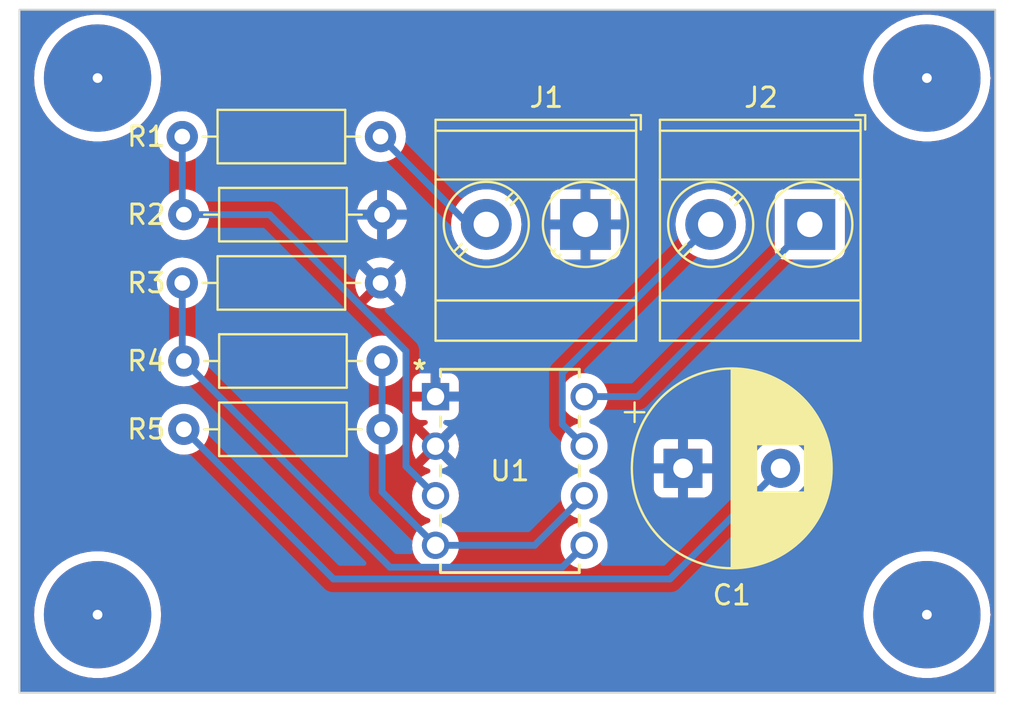
<source format=kicad_pcb>
(kicad_pcb (version 20221018) (generator pcbnew)
  (layers (0 "F.Cu" signal) (31 "B.Cu" signal) (34 "B.Paste" user) (35 "F.Paste" user) (36 "B.SilkS" user "B.Silkscreen") (37 "F.SilkS" user "F.Silkscreen") (38 "B.Mask" user) (39 "F.Mask" user) (44 "Edge.Cuts" user))
  (net 0 "")
  (net 1 "GND")
  (net 2 "Net-(C1-Pad2)")
  (net 3 "Net-(J1-Pin_2)")
  (net 4 "Net-(J2-Pin_1)")
  (net 5 "Net-(J2-Pin_2)")
  (net 6 "Net-(U1-IN+)")
  (net 7 "Net-(U1-HYST)")
  (net 8 "Net-(U1-IN-)")
  (footprint "LTC1440CN8#PBF:PDIP-8_N_LIT" (layer "F.Cu") (at 145.319054 100.8252)
    (fp_text reference "U1" (at 3.81 3.81 unlocked) (layer "F.SilkS"))
    (fp_text value "LTC1440CN8-PBF")
    (fp_text user "*" (at -0.819054 -1.3252 unlocked) (layer "F.SilkS"))
    (fp_text user "*" (at -0.819054 -1.3252) (layer "F.SilkS"))
    (fp_line (start 0.254 -1.397) (end 0.254 -1.03124) (stroke (width 0.1524)) (layer "F.SilkS"))
    (fp_line (start 0.254 1.03124) (end 0.254 1.54053) (stroke (width 0.1524)) (layer "F.SilkS"))
    (fp_line (start 0.254 3.53947) (end 0.254 4.08053) (stroke (width 0.1524)) (layer "F.SilkS"))
    (fp_line (start 0.254 6.07947) (end 0.254 6.62053) (stroke (width 0.1524)) (layer "F.SilkS"))
    (fp_line (start 0.254 8.61947) (end 0.254 9.017) (stroke (width 0.1524)) (layer "F.SilkS"))
    (fp_line (start 0.254 9.017) (end 7.366 9.017) (stroke (width 0.1524)) (layer "F.SilkS"))
    (fp_line (start 7.366 -1.397) (end 0.254 -1.397) (stroke (width 0.1524)) (layer "F.SilkS"))
    (fp_line (start 7.366 -0.99947) (end 7.366 -1.397) (stroke (width 0.1524)) (layer "F.SilkS"))
    (fp_line (start 7.366 1.54053) (end 7.366 0.99947) (stroke (width 0.1524)) (layer "F.SilkS"))
    (fp_line (start 7.366 4.08053) (end 7.366 3.53947) (stroke (width 0.1524)) (layer "F.SilkS"))
    (fp_line (start 7.366 6.62053) (end 7.366 6.07947) (stroke (width 0.1524)) (layer "F.SilkS"))
    (fp_line (start 7.366 9.017) (end 7.366 8.61947) (stroke (width 0.1524)) (layer "F.SilkS"))
    (pad "1" thru_hole rect (at 0 0) (size 1.397 1.397) (drill 0.889) (layers "*.Cu" "*.Mask") (net 1 "GND"))
    (pad "2" thru_hole circle (at 0 2.54) (size 1.397 1.397) (drill 0.889) (layers "*.Cu" "*.Mask") (net 1 "GND"))
    (pad "3" thru_hole circle (at 0 5.08) (size 1.397 1.397) (drill 0.889) (layers "*.Cu" "*.Mask") (net 6 "Net-(U1-IN+)"))
    (pad "4" thru_hole circle (at 0 7.62) (size 1.397 1.397) (drill 0.889) (layers "*.Cu" "*.Mask") (net 8 "Net-(U1-IN-)"))
    (pad "5" thru_hole circle (at 7.62 7.62) (size 1.397 1.397) (drill 0.889) (layers "*.Cu" "*.Mask") (net 7 "Net-(U1-HYST)"))
    (pad "6" thru_hole circle (at 7.62 5.08) (size 1.397 1.397) (drill 0.889) (layers "*.Cu" "*.Mask") (net 8 "Net-(U1-IN-)"))
    (pad "7" thru_hole circle (at 7.62 2.54) (size 1.397 1.397) (drill 0.889) (layers "*.Cu" "*.Mask") (net 5 "Net-(J2-Pin_2)"))
    (pad "8" thru_hole circle (at 7.62 0) (size 1.397 1.397) (drill 0.889) (layers "*.Cu" "*.Mask") (net 4 "Net-(J2-Pin_1)"))
  )
  (footprint "Resistor_THT:R_Axial_DIN0207_L6.3mm_D2.5mm_P10.16mm_Horizontal" (layer "F.Cu") (at 132.42 99)
    (fp_text reference "R4" (at -1.92 0) (layer "F.SilkS"))
    (fp_text value "51.1k")
    (fp_line (start 1.04 0) (end 1.81 0) (stroke (width 0.12)) (layer "F.SilkS"))
    (fp_line (start 1.81 -1.37) (end 1.81 1.37) (stroke (width 0.12)) (layer "F.SilkS"))
    (fp_line (start 1.81 1.37) (end 8.35 1.37) (stroke (width 0.12)) (layer "F.SilkS"))
    (fp_line (start 8.35 -1.37) (end 1.81 -1.37) (stroke (width 0.12)) (layer "F.SilkS"))
    (fp_line (start 8.35 1.37) (end 8.35 -1.37) (stroke (width 0.12)) (layer "F.SilkS"))
    (fp_line (start 9.12 0) (end 8.35 0) (stroke (width 0.12)) (layer "F.SilkS"))
    (pad "1" thru_hole circle (at 0 0) (size 1.6 1.6) (drill 0.8) (layers "*.Cu" "*.Mask") (net 7 "Net-(U1-HYST)"))
    (pad "2" thru_hole oval (at 10.16 0) (size 1.6 1.6) (drill 0.8) (layers "*.Cu" "*.Mask") (net 8 "Net-(U1-IN-)"))
  )
  (footprint "Resistor_THT:R_Axial_DIN0207_L6.3mm_D2.5mm_P10.16mm_Horizontal" (layer "F.Cu") (at 132.42 102.5)
    (fp_text reference "R5" (at -1.92 0) (layer "F.SilkS"))
    (fp_text value "430")
    (fp_line (start 1.04 0) (end 1.81 0) (stroke (width 0.12)) (layer "F.SilkS"))
    (fp_line (start 1.81 -1.37) (end 1.81 1.37) (stroke (width 0.12)) (layer "F.SilkS"))
    (fp_line (start 1.81 1.37) (end 8.35 1.37) (stroke (width 0.12)) (layer "F.SilkS"))
    (fp_line (start 8.35 -1.37) (end 1.81 -1.37) (stroke (width 0.12)) (layer "F.SilkS"))
    (fp_line (start 8.35 1.37) (end 8.35 -1.37) (stroke (width 0.12)) (layer "F.SilkS"))
    (fp_line (start 9.12 0) (end 8.35 0) (stroke (width 0.12)) (layer "F.SilkS"))
    (pad "1" thru_hole circle (at 0 0) (size 1.6 1.6) (drill 0.8) (layers "*.Cu" "*.Mask") (net 2 "Net-(C1-Pad2)"))
    (pad "2" thru_hole oval (at 10.16 0) (size 1.6 1.6) (drill 0.8) (layers "*.Cu" "*.Mask") (net 8 "Net-(U1-IN-)"))
  )
  (footprint "TerminalBlock_Phoenix:TerminalBlock_Phoenix_MKDS-3-2-5.08_1x02_P5.08mm_Horizontal" (layer "F.Cu") (at 164.5 92 180)
    (fp_text reference "J2" (at 2.5 6.5) (layer "F.SilkS"))
    (fp_text value "Screw_Terminal_01x02")
    (fp_line (start -2.84 4.86) (end -2.84 5.6) (stroke (width 0.12)) (layer "F.SilkS"))
    (fp_line (start -2.84 5.6) (end -2.34 5.6) (stroke (width 0.12)) (layer "F.SilkS"))
    (fp_line (start -2.6 -5.96) (end -2.6 5.36) (stroke (width 0.12)) (layer "F.SilkS"))
    (fp_line (start -2.6 -5.96) (end 7.68 -5.96) (stroke (width 0.12)) (layer "F.SilkS"))
    (fp_line (start -2.6 -3.9) (end 7.68 -3.9) (stroke (width 0.12)) (layer "F.SilkS"))
    (fp_line (start -2.6 2.3) (end 7.68 2.3) (stroke (width 0.12)) (layer "F.SilkS"))
    (fp_line (start -2.6 4.8) (end 7.68 4.8) (stroke (width 0.12)) (layer "F.SilkS"))
    (fp_line (start -2.6 5.36) (end 7.68 5.36) (stroke (width 0.12)) (layer "F.SilkS"))
    (fp_line (start -1.548 1.281) (end -1.654 1.388) (stroke (width 0.12)) (layer "F.SilkS"))
    (fp_line (start -1.282 1.547) (end -1.388 1.654) (stroke (width 0.12)) (layer "F.SilkS"))
    (fp_line (start 1.388 -1.654) (end 1.281 -1.547) (stroke (width 0.12)) (layer "F.SilkS"))
    (fp_line (start 1.654 -1.388) (end 1.547 -1.281) (stroke (width 0.12)) (layer "F.SilkS"))
    (fp_line (start 3.822 0.992) (end 3.427 1.388) (stroke (width 0.12)) (layer "F.SilkS"))
    (fp_line (start 4.073 1.274) (end 3.693 1.654) (stroke (width 0.12)) (layer "F.SilkS"))
    (fp_line (start 6.468 -1.654) (end 6.088 -1.274) (stroke (width 0.12)) (layer "F.SilkS"))
    (fp_line (start 6.734 -1.388) (end 6.339 -0.992) (stroke (width 0.12)) (layer "F.SilkS"))
    (fp_line (start 7.68 -5.96) (end 7.68 5.36) (stroke (width 0.12)) (layer "F.SilkS"))
    (fp_circle (center 0 0) (end 2.18 0) (stroke (width 0.12)) (fill none) (layer "F.SilkS"))
    (fp_circle (center 5.08 0) (end 7.26 0) (stroke (width 0.12)) (fill none) (layer "F.SilkS"))
    (pad "1" thru_hole rect (at 0 0 180) (size 2.6 2.6) (drill 1.3) (layers "*.Cu" "*.Mask") (net 4 "Net-(J2-Pin_1)"))
    (pad "2" thru_hole circle (at 5.08 0 180) (size 2.6 2.6) (drill 1.3) (layers "*.Cu" "*.Mask") (net 5 "Net-(J2-Pin_2)"))
  )
  (footprint "Capacitor_THT:CP_Radial_D10.0mm_P5.00mm" (layer "F.Cu") (at 158 104.5)
    (fp_text reference "C1" (at 2.5 6.5) (layer "F.SilkS"))
    (fp_text value "1u")
    (fp_line (start -2.979646 -2.875) (end -1.979646 -2.875) (stroke (width 0.12)) (layer "F.SilkS"))
    (fp_line (start -2.479646 -3.375) (end -2.479646 -2.375) (stroke (width 0.12)) (layer "F.SilkS"))
    (fp_line (start 2.5 -5.08) (end 2.5 5.08) (stroke (width 0.12)) (layer "F.SilkS"))
    (fp_line (start 2.54 -5.08) (end 2.54 5.08) (stroke (width 0.12)) (layer "F.SilkS"))
    (fp_line (start 2.58 -5.08) (end 2.58 5.08) (stroke (width 0.12)) (layer "F.SilkS"))
    (fp_line (start 2.62 -5.079) (end 2.62 5.079) (stroke (width 0.12)) (layer "F.SilkS"))
    (fp_line (start 2.66 -5.078) (end 2.66 5.078) (stroke (width 0.12)) (layer "F.SilkS"))
    (fp_line (start 2.7 -5.077) (end 2.7 5.077) (stroke (width 0.12)) (layer "F.SilkS"))
    (fp_line (start 2.74 -5.075) (end 2.74 5.075) (stroke (width 0.12)) (layer "F.SilkS"))
    (fp_line (start 2.78 -5.073) (end 2.78 5.073) (stroke (width 0.12)) (layer "F.SilkS"))
    (fp_line (start 2.82 -5.07) (end 2.82 5.07) (stroke (width 0.12)) (layer "F.SilkS"))
    (fp_line (start 2.86 -5.068) (end 2.86 5.068) (stroke (width 0.12)) (layer "F.SilkS"))
    (fp_line (start 2.9 -5.065) (end 2.9 5.065) (stroke (width 0.12)) (layer "F.SilkS"))
    (fp_line (start 2.94 -5.062) (end 2.94 5.062) (stroke (width 0.12)) (layer "F.SilkS"))
    (fp_line (start 2.98 -5.058) (end 2.98 5.058) (stroke (width 0.12)) (layer "F.SilkS"))
    (fp_line (start 3.02 -5.054) (end 3.02 5.054) (stroke (width 0.12)) (layer "F.SilkS"))
    (fp_line (start 3.06 -5.05) (end 3.06 5.05) (stroke (width 0.12)) (layer "F.SilkS"))
    (fp_line (start 3.1 -5.045) (end 3.1 5.045) (stroke (width 0.12)) (layer "F.SilkS"))
    (fp_line (start 3.14 -5.04) (end 3.14 5.04) (stroke (width 0.12)) (layer "F.SilkS"))
    (fp_line (start 3.18 -5.035) (end 3.18 5.035) (stroke (width 0.12)) (layer "F.SilkS"))
    (fp_line (start 3.221 -5.03) (end 3.221 5.03) (stroke (width 0.12)) (layer "F.SilkS"))
    (fp_line (start 3.261 -5.024) (end 3.261 5.024) (stroke (width 0.12)) (layer "F.SilkS"))
    (fp_line (start 3.301 -5.018) (end 3.301 5.018) (stroke (width 0.12)) (layer "F.SilkS"))
    (fp_line (start 3.341 -5.011) (end 3.341 5.011) (stroke (width 0.12)) (layer "F.SilkS"))
    (fp_line (start 3.381 -5.004) (end 3.381 5.004) (stroke (width 0.12)) (layer "F.SilkS"))
    (fp_line (start 3.421 -4.997) (end 3.421 4.997) (stroke (width 0.12)) (layer "F.SilkS"))
    (fp_line (start 3.461 -4.99) (end 3.461 4.99) (stroke (width 0.12)) (layer "F.SilkS"))
    (fp_line (start 3.501 -4.982) (end 3.501 4.982) (stroke (width 0.12)) (layer "F.SilkS"))
    (fp_line (start 3.541 -4.974) (end 3.541 4.974) (stroke (width 0.12)) (layer "F.SilkS"))
    (fp_line (start 3.581 -4.965) (end 3.581 4.965) (stroke (width 0.12)) (layer "F.SilkS"))
    (fp_line (start 3.621 -4.956) (end 3.621 4.956) (stroke (width 0.12)) (layer "F.SilkS"))
    (fp_line (start 3.661 -4.947) (end 3.661 4.947) (stroke (width 0.12)) (layer "F.SilkS"))
    (fp_line (start 3.701 -4.938) (end 3.701 4.938) (stroke (width 0.12)) (layer "F.SilkS"))
    (fp_line (start 3.741 -4.928) (end 3.741 4.928) (stroke (width 0.12)) (layer "F.SilkS"))
    (fp_line (start 3.781 -4.918) (end 3.781 -1.241) (stroke (width 0.12)) (layer "F.SilkS"))
    (fp_line (start 3.781 1.241) (end 3.781 4.918) (stroke (width 0.12)) (layer "F.SilkS"))
    (fp_line (start 3.821 -4.907) (end 3.821 -1.241) (stroke (width 0.12)) (layer "F.SilkS"))
    (fp_line (start 3.821 1.241) (end 3.821 4.907) (stroke (width 0.12)) (layer "F.SilkS"))
    (fp_line (start 3.861 -4.897) (end 3.861 -1.241) (stroke (width 0.12)) (layer "F.SilkS"))
    (fp_line (start 3.861 1.241) (end 3.861 4.897) (stroke (width 0.12)) (layer "F.SilkS"))
    (fp_line (start 3.901 -4.885) (end 3.901 -1.241) (stroke (width 0.12)) (layer "F.SilkS"))
    (fp_line (start 3.901 1.241) (end 3.901 4.885) (stroke (width 0.12)) (layer "F.SilkS"))
    (fp_line (start 3.941 -4.874) (end 3.941 -1.241) (stroke (width 0.12)) (layer "F.SilkS"))
    (fp_line (start 3.941 1.241) (end 3.941 4.874) (stroke (width 0.12)) (layer "F.SilkS"))
    (fp_line (start 3.981 -4.862) (end 3.981 -1.241) (stroke (width 0.12)) (layer "F.SilkS"))
    (fp_line (start 3.981 1.241) (end 3.981 4.862) (stroke (width 0.12)) (layer "F.SilkS"))
    (fp_line (start 4.021 -4.85) (end 4.021 -1.241) (stroke (width 0.12)) (layer "F.SilkS"))
    (fp_line (start 4.021 1.241) (end 4.021 4.85) (stroke (width 0.12)) (layer "F.SilkS"))
    (fp_line (start 4.061 -4.837) (end 4.061 -1.241) (stroke (width 0.12)) (layer "F.SilkS"))
    (fp_line (start 4.061 1.241) (end 4.061 4.837) (stroke (width 0.12)) (layer "F.SilkS"))
    (fp_line (start 4.101 -4.824) (end 4.101 -1.241) (stroke (width 0.12)) (layer "F.SilkS"))
    (fp_line (start 4.101 1.241) (end 4.101 4.824) (stroke (width 0.12)) (layer "F.SilkS"))
    (fp_line (start 4.141 -4.811) (end 4.141 -1.241) (stroke (width 0.12)) (layer "F.SilkS"))
    (fp_line (start 4.141 1.241) (end 4.141 4.811) (stroke (width 0.12)) (layer "F.SilkS"))
    (fp_line (start 4.181 -4.797) (end 4.181 -1.241) (stroke (width 0.12)) (layer "F.SilkS"))
    (fp_line (start 4.181 1.241) (end 4.181 4.797) (stroke (width 0.12)) (layer "F.SilkS"))
    (fp_line (start 4.221 -4.783) (end 4.221 -1.241) (stroke (width 0.12)) (layer "F.SilkS"))
    (fp_line (start 4.221 1.241) (end 4.221 4.783) (stroke (width 0.12)) (layer "F.SilkS"))
    (fp_line (start 4.261 -4.768) (end 4.261 -1.241) (stroke (width 0.12)) (layer "F.SilkS"))
    (fp_line (start 4.261 1.241) (end 4.261 4.768) (stroke (width 0.12)) (layer "F.SilkS"))
    (fp_line (start 4.301 -4.754) (end 4.301 -1.241) (stroke (width 0.12)) (layer "F.SilkS"))
    (fp_line (start 4.301 1.241) (end 4.301 4.754) (stroke (width 0.12)) (layer "F.SilkS"))
    (fp_line (start 4.341 -4.738) (end 4.341 -1.241) (stroke (width 0.12)) (layer "F.SilkS"))
    (fp_line (start 4.341 1.241) (end 4.341 4.738) (stroke (width 0.12)) (layer "F.SilkS"))
    (fp_line (start 4.381 -4.723) (end 4.381 -1.241) (stroke (width 0.12)) (layer "F.SilkS"))
    (fp_line (start 4.381 1.241) (end 4.381 4.723) (stroke (width 0.12)) (layer "F.SilkS"))
    (fp_line (start 4.421 -4.707) (end 4.421 -1.241) (stroke (width 0.12)) (layer "F.SilkS"))
    (fp_line (start 4.421 1.241) (end 4.421 4.707) (stroke (width 0.12)) (layer "F.SilkS"))
    (fp_line (start 4.461 -4.69) (end 4.461 -1.241) (stroke (width 0.12)) (layer "F.SilkS"))
    (fp_line (start 4.461 1.241) (end 4.461 4.69) (stroke (width 0.12)) (layer "F.SilkS"))
    (fp_line (start 4.501 -4.674) (end 4.501 -1.241) (stroke (width 0.12)) (layer "F.SilkS"))
    (fp_line (start 4.501 1.241) (end 4.501 4.674) (stroke (width 0.12)) (layer "F.SilkS"))
    (fp_line (start 4.541 -4.657) (end 4.541 -1.241) (stroke (width 0.12)) (layer "F.SilkS"))
    (fp_line (start 4.541 1.241) (end 4.541 4.657) (stroke (width 0.12)) (layer "F.SilkS"))
    (fp_line (start 4.581 -4.639) (end 4.581 -1.241) (stroke (width 0.12)) (layer "F.SilkS"))
    (fp_line (start 4.581 1.241) (end 4.581 4.639) (stroke (width 0.12)) (layer "F.SilkS"))
    (fp_line (start 4.621 -4.621) (end 4.621 -1.241) (stroke (width 0.12)) (layer "F.SilkS"))
    (fp_line (start 4.621 1.241) (end 4.621 4.621) (stroke (width 0.12)) (layer "F.SilkS"))
    (fp_line (start 4.661 -4.603) (end 4.661 -1.241) (stroke (width 0.12)) (layer "F.SilkS"))
    (fp_line (start 4.661 1.241) (end 4.661 4.603) (stroke (width 0.12)) (layer "F.SilkS"))
    (fp_line (start 4.701 -4.584) (end 4.701 -1.241) (stroke (width 0.12)) (layer "F.SilkS"))
    (fp_line (start 4.701 1.241) (end 4.701 4.584) (stroke (width 0.12)) (layer "F.SilkS"))
    (fp_line (start 4.741 -4.564) (end 4.741 -1.241) (stroke (width 0.12)) (layer "F.SilkS"))
    (fp_line (start 4.741 1.241) (end 4.741 4.564) (stroke (width 0.12)) (layer "F.SilkS"))
    (fp_line (start 4.781 -4.545) (end 4.781 -1.241) (stroke (width 0.12)) (layer "F.SilkS"))
    (fp_line (start 4.781 1.241) (end 4.781 4.545) (stroke (width 0.12)) (layer "F.SilkS"))
    (fp_line (start 4.821 -4.525) (end 4.821 -1.241) (stroke (width 0.12)) (layer "F.SilkS"))
    (fp_line (start 4.821 1.241) (end 4.821 4.525) (stroke (width 0.12)) (layer "F.SilkS"))
    (fp_line (start 4.861 -4.504) (end 4.861 -1.241) (stroke (width 0.12)) (layer "F.SilkS"))
    (fp_line (start 4.861 1.241) (end 4.861 4.504) (stroke (width 0.12)) (layer "F.SilkS"))
    (fp_line (start 4.901 -4.483) (end 4.901 -1.241) (stroke (width 0.12)) (layer "F.SilkS"))
    (fp_line (start 4.901 1.241) (end 4.901 4.483) (stroke (width 0.12)) (layer "F.SilkS"))
    (fp_line (start 4.941 -4.462) (end 4.941 -1.241) (stroke (width 0.12)) (layer "F.SilkS"))
    (fp_line (start 4.941 1.241) (end 4.941 4.462) (stroke (width 0.12)) (layer "F.SilkS"))
    (fp_line (start 4.981 -4.44) (end 4.981 -1.241) (stroke (width 0.12)) (layer "F.SilkS"))
    (fp_line (start 4.981 1.241) (end 4.981 4.44) (stroke (width 0.12)) (layer "F.SilkS"))
    (fp_line (start 5.021 -4.417) (end 5.021 -1.241) (stroke (width 0.12)) (layer "F.SilkS"))
    (fp_line (start 5.021 1.241) (end 5.021 4.417) (stroke (width 0.12)) (layer "F.SilkS"))
    (fp_line (start 5.061 -4.395) (end 5.061 -1.241) (stroke (width 0.12)) (layer "F.SilkS"))
    (fp_line (start 5.061 1.241) (end 5.061 4.395) (stroke (width 0.12)) (layer "F.SilkS"))
    (fp_line (start 5.101 -4.371) (end 5.101 -1.241) (stroke (width 0.12)) (layer "F.SilkS"))
    (fp_line (start 5.101 1.241) (end 5.101 4.371) (stroke (width 0.12)) (layer "F.SilkS"))
    (fp_line (start 5.141 -4.347) (end 5.141 -1.241) (stroke (width 0.12)) (layer "F.SilkS"))
    (fp_line (start 5.141 1.241) (end 5.141 4.347) (stroke (width 0.12)) (layer "F.SilkS"))
    (fp_line (start 5.181 -4.323) (end 5.181 -1.241) (stroke (width 0.12)) (layer "F.SilkS"))
    (fp_line (start 5.181 1.241) (end 5.181 4.323) (stroke (width 0.12)) (layer "F.SilkS"))
    (fp_line (start 5.221 -4.298) (end 5.221 -1.241) (stroke (width 0.12)) (layer "F.SilkS"))
    (fp_line (start 5.221 1.241) (end 5.221 4.298) (stroke (width 0.12)) (layer "F.SilkS"))
    (fp_line (start 5.261 -4.273) (end 5.261 -1.241) (stroke (width 0.12)) (layer "F.SilkS"))
    (fp_line (start 5.261 1.241) (end 5.261 4.273) (stroke (width 0.12)) (layer "F.SilkS"))
    (fp_line (start 5.301 -4.247) (end 5.301 -1.241) (stroke (width 0.12)) (layer "F.SilkS"))
    (fp_line (start 5.301 1.241) (end 5.301 4.247) (stroke (width 0.12)) (layer "F.SilkS"))
    (fp_line (start 5.341 -4.221) (end 5.341 -1.241) (stroke (width 0.12)) (layer "F.SilkS"))
    (fp_line (start 5.341 1.241) (end 5.341 4.221) (stroke (width 0.12)) (layer "F.SilkS"))
    (fp_line (start 5.381 -4.194) (end 5.381 -1.241) (stroke (width 0.12)) (layer "F.SilkS"))
    (fp_line (start 5.381 1.241) (end 5.381 4.194) (stroke (width 0.12)) (layer "F.SilkS"))
    (fp_line (start 5.421 -4.166) (end 5.421 -1.241) (stroke (width 0.12)) (layer "F.SilkS"))
    (fp_line (start 5.421 1.241) (end 5.421 4.166) (stroke (width 0.12)) (layer "F.SilkS"))
    (fp_line (start 5.461 -4.138) (end 5.461 -1.241) (stroke (width 0.12)) (layer "F.SilkS"))
    (fp_line (start 5.461 1.241) (end 5.461 4.138) (stroke (width 0.12)) (layer "F.SilkS"))
    (fp_line (start 5.501 -4.11) (end 5.501 -1.241) (stroke (width 0.12)) (layer "F.SilkS"))
    (fp_line (start 5.501 1.241) (end 5.501 4.11) (stroke (width 0.12)) (layer "F.SilkS"))
    (fp_line (start 5.541 -4.08) (end 5.541 -1.241) (stroke (width 0.12)) (layer "F.SilkS"))
    (fp_line (start 5.541 1.241) (end 5.541 4.08) (stroke (width 0.12)) (layer "F.SilkS"))
    (fp_line (start 5.581 -4.05) (end 5.581 -1.241) (stroke (width 0.12)) (layer "F.SilkS"))
    (fp_line (start 5.581 1.241) (end 5.581 4.05) (stroke (width 0.12)) (layer "F.SilkS"))
    (fp_line (start 5.621 -4.02) (end 5.621 -1.241) (stroke (width 0.12)) (layer "F.SilkS"))
    (fp_line (start 5.621 1.241) (end 5.621 4.02) (stroke (width 0.12)) (layer "F.SilkS"))
    (fp_line (start 5.661 -3.989) (end 5.661 -1.241) (stroke (width 0.12)) (layer "F.SilkS"))
    (fp_line (start 5.661 1.241) (end 5.661 3.989) (stroke (width 0.12)) (layer "F.SilkS"))
    (fp_line (start 5.701 -3.957) (end 5.701 -1.241) (stroke (width 0.12)) (layer "F.SilkS"))
    (fp_line (start 5.701 1.241) (end 5.701 3.957) (stroke (width 0.12)) (layer "F.SilkS"))
    (fp_line (start 5.741 -3.925) (end 5.741 -1.241) (stroke (width 0.12)) (layer "F.SilkS"))
    (fp_line (start 5.741 1.241) (end 5.741 3.925) (stroke (width 0.12)) (layer "F.SilkS"))
    (fp_line (start 5.781 -3.892) (end 5.781 -1.241) (stroke (width 0.12)) (layer "F.SilkS"))
    (fp_line (start 5.781 1.241) (end 5.781 3.892) (stroke (width 0.12)) (layer "F.SilkS"))
    (fp_line (start 5.821 -3.858) (end 5.821 -1.241) (stroke (width 0.12)) (layer "F.SilkS"))
    (fp_line (start 5.821 1.241) (end 5.821 3.858) (stroke (width 0.12)) (layer "F.SilkS"))
    (fp_line (start 5.861 -3.824) (end 5.861 -1.241) (stroke (width 0.12)) (layer "F.SilkS"))
    (fp_line (start 5.861 1.241) (end 5.861 3.824) (stroke (width 0.12)) (layer "F.SilkS"))
    (fp_line (start 5.901 -3.789) (end 5.901 -1.241) (stroke (width 0.12)) (layer "F.SilkS"))
    (fp_line (start 5.901 1.241) (end 5.901 3.789) (stroke (width 0.12)) (layer "F.SilkS"))
    (fp_line (start 5.941 -3.753) (end 5.941 -1.241) (stroke (width 0.12)) (layer "F.SilkS"))
    (fp_line (start 5.941 1.241) (end 5.941 3.753) (stroke (width 0.12)) (layer "F.SilkS"))
    (fp_line (start 5.981 -3.716) (end 5.981 -1.241) (stroke (width 0.12)) (layer "F.SilkS"))
    (fp_line (start 5.981 1.241) (end 5.981 3.716) (stroke (width 0.12)) (layer "F.SilkS"))
    (fp_line (start 6.021 -3.679) (end 6.021 -1.241) (stroke (width 0.12)) (layer "F.SilkS"))
    (fp_line (start 6.021 1.241) (end 6.021 3.679) (stroke (width 0.12)) (layer "F.SilkS"))
    (fp_line (start 6.061 -3.64) (end 6.061 -1.241) (stroke (width 0.12)) (layer "F.SilkS"))
    (fp_line (start 6.061 1.241) (end 6.061 3.64) (stroke (width 0.12)) (layer "F.SilkS"))
    (fp_line (start 6.101 -3.601) (end 6.101 -1.241) (stroke (width 0.12)) (layer "F.SilkS"))
    (fp_line (start 6.101 1.241) (end 6.101 3.601) (stroke (width 0.12)) (layer "F.SilkS"))
    (fp_line (start 6.141 -3.561) (end 6.141 -1.241) (stroke (width 0.12)) (layer "F.SilkS"))
    (fp_line (start 6.141 1.241) (end 6.141 3.561) (stroke (width 0.12)) (layer "F.SilkS"))
    (fp_line (start 6.181 -3.52) (end 6.181 -1.241) (stroke (width 0.12)) (layer "F.SilkS"))
    (fp_line (start 6.181 1.241) (end 6.181 3.52) (stroke (width 0.12)) (layer "F.SilkS"))
    (fp_line (start 6.221 -3.478) (end 6.221 -1.241) (stroke (width 0.12)) (layer "F.SilkS"))
    (fp_line (start 6.221 1.241) (end 6.221 3.478) (stroke (width 0.12)) (layer "F.SilkS"))
    (fp_line (start 6.261 -3.436) (end 6.261 3.436) (stroke (width 0.12)) (layer "F.SilkS"))
    (fp_line (start 6.301 -3.392) (end 6.301 3.392) (stroke (width 0.12)) (layer "F.SilkS"))
    (fp_line (start 6.341 -3.347) (end 6.341 3.347) (stroke (width 0.12)) (layer "F.SilkS"))
    (fp_line (start 6.381 -3.301) (end 6.381 3.301) (stroke (width 0.12)) (layer "F.SilkS"))
    (fp_line (start 6.421 -3.254) (end 6.421 3.254) (stroke (width 0.12)) (layer "F.SilkS"))
    (fp_line (start 6.461 -3.206) (end 6.461 3.206) (stroke (width 0.12)) (layer "F.SilkS"))
    (fp_line (start 6.501 -3.156) (end 6.501 3.156) (stroke (width 0.12)) (layer "F.SilkS"))
    (fp_line (start 6.541 -3.106) (end 6.541 3.106) (stroke (width 0.12)) (layer "F.SilkS"))
    (fp_line (start 6.581 -3.054) (end 6.581 3.054) (stroke (width 0.12)) (layer "F.SilkS"))
    (fp_line (start 6.621 -3) (end 6.621 3) (stroke (width 0.12)) (layer "F.SilkS"))
    (fp_line (start 6.661 -2.945) (end 6.661 2.945) (stroke (width 0.12)) (layer "F.SilkS"))
    (fp_line (start 6.701 -2.889) (end 6.701 2.889) (stroke (width 0.12)) (layer "F.SilkS"))
    (fp_line (start 6.741 -2.83) (end 6.741 2.83) (stroke (width 0.12)) (layer "F.SilkS"))
    (fp_line (start 6.781 -2.77) (end 6.781 2.77) (stroke (width 0.12)) (layer "F.SilkS"))
    (fp_line (start 6.821 -2.709) (end 6.821 2.709) (stroke (width 0.12)) (layer "F.SilkS"))
    (fp_line (start 6.861 -2.645) (end 6.861 2.645) (stroke (width 0.12)) (layer "F.SilkS"))
    (fp_line (start 6.901 -2.579) (end 6.901 2.579) (stroke (width 0.12)) (layer "F.SilkS"))
    (fp_line (start 6.941 -2.51) (end 6.941 2.51) (stroke (width 0.12)) (layer "F.SilkS"))
    (fp_line (start 6.981 -2.439) (end 6.981 2.439) (stroke (width 0.12)) (layer "F.SilkS"))
    (fp_line (start 7.021 -2.365) (end 7.021 2.365) (stroke (width 0.12)) (layer "F.SilkS"))
    (fp_line (start 7.061 -2.289) (end 7.061 2.289) (stroke (width 0.12)) (layer "F.SilkS"))
    (fp_line (start 7.101 -2.209) (end 7.101 2.209) (stroke (width 0.12)) (layer "F.SilkS"))
    (fp_line (start 7.141 -2.125) (end 7.141 2.125) (stroke (width 0.12)) (layer "F.SilkS"))
    (fp_line (start 7.181 -2.037) (end 7.181 2.037) (stroke (width 0.12)) (layer "F.SilkS"))
    (fp_line (start 7.221 -1.944) (end 7.221 1.944) (stroke (width 0.12)) (layer "F.SilkS"))
    (fp_line (start 7.261 -1.846) (end 7.261 1.846) (stroke (width 0.12)) (layer "F.SilkS"))
    (fp_line (start 7.301 -1.742) (end 7.301 1.742) (stroke (width 0.12)) (layer "F.SilkS"))
    (fp_line (start 7.341 -1.63) (end 7.341 1.63) (stroke (width 0.12)) (layer "F.SilkS"))
    (fp_line (start 7.381 -1.51) (end 7.381 1.51) (stroke (width 0.12)) (layer "F.SilkS"))
    (fp_line (start 7.421 -1.378) (end 7.421 1.378) (stroke (width 0.12)) (layer "F.SilkS"))
    (fp_line (start 7.461 -1.23) (end 7.461 1.23) (stroke (width 0.12)) (layer "F.SilkS"))
    (fp_line (start 7.501 -1.062) (end 7.501 1.062) (stroke (width 0.12)) (layer "F.SilkS"))
    (fp_line (start 7.541 -0.862) (end 7.541 0.862) (stroke (width 0.12)) (layer "F.SilkS"))
    (fp_line (start 7.581 -0.599) (end 7.581 0.599) (stroke (width 0.12)) (layer "F.SilkS"))
    (fp_circle (center 2.5 0) (end 7.62 0) (stroke (width 0.12)) (fill none) (layer "F.SilkS"))
    (pad "1" thru_hole rect (at 0 0) (size 2 2) (drill 1) (layers "*.Cu" "*.Mask") (net 1 "GND"))
    (pad "2" thru_hole circle (at 5 0) (size 2 2) (drill 1) (layers "*.Cu" "*.Mask") (net 2 "Net-(C1-Pad2)"))
  )
  (footprint "Resistor_THT:R_Axial_DIN0207_L6.3mm_D2.5mm_P10.16mm_Horizontal" (layer "F.Cu") (at 142.5 95 180)
    (fp_text reference "R3" (at 12 0) (layer "F.SilkS"))
    (fp_text value "2.4M")
    (fp_line (start 1.04 0) (end 1.81 0) (stroke (width 0.12)) (layer "F.SilkS"))
    (fp_line (start 1.81 -1.37) (end 1.81 1.37) (stroke (width 0.12)) (layer "F.SilkS"))
    (fp_line (start 1.81 1.37) (end 8.35 1.37) (stroke (width 0.12)) (layer "F.SilkS"))
    (fp_line (start 8.35 -1.37) (end 1.81 -1.37) (stroke (width 0.12)) (layer "F.SilkS"))
    (fp_line (start 8.35 1.37) (end 8.35 -1.37) (stroke (width 0.12)) (layer "F.SilkS"))
    (fp_line (start 9.12 0) (end 8.35 0) (stroke (width 0.12)) (layer "F.SilkS"))
    (pad "1" thru_hole circle (at 0 0 180) (size 1.6 1.6) (drill 0.8) (layers "*.Cu" "*.Mask") (net 1 "GND"))
    (pad "2" thru_hole oval (at 10.16 0 180) (size 1.6 1.6) (drill 0.8) (layers "*.Cu" "*.Mask") (net 7 "Net-(U1-HYST)"))
  )
  (footprint "Resistor_THT:R_Axial_DIN0207_L6.3mm_D2.5mm_P10.16mm_Horizontal" (layer "F.Cu") (at 132.42 91.5)
    (fp_text reference "R2" (at -1.92 0) (layer "F.SilkS"))
    (fp_text value "1.2M")
    (fp_line (start 1.04 0) (end 1.81 0) (stroke (width 0.12)) (layer "F.SilkS"))
    (fp_line (start 1.81 -1.37) (end 1.81 1.37) (stroke (width 0.12)) (layer "F.SilkS"))
    (fp_line (start 1.81 1.37) (end 8.35 1.37) (stroke (width 0.12)) (layer "F.SilkS"))
    (fp_line (start 8.35 -1.37) (end 1.81 -1.37) (stroke (width 0.12)) (layer "F.SilkS"))
    (fp_line (start 8.35 1.37) (end 8.35 -1.37) (stroke (width 0.12)) (layer "F.SilkS"))
    (fp_line (start 9.12 0) (end 8.35 0) (stroke (width 0.12)) (layer "F.SilkS"))
    (pad "1" thru_hole circle (at 0 0) (size 1.6 1.6) (drill 0.8) (layers "*.Cu" "*.Mask") (net 6 "Net-(U1-IN+)"))
    (pad "2" thru_hole oval (at 10.16 0) (size 1.6 1.6) (drill 0.8) (layers "*.Cu" "*.Mask") (net 1 "GND"))
  )
  (footprint "TerminalBlock_Phoenix:TerminalBlock_Phoenix_MKDS-3-2-5.08_1x02_P5.08mm_Horizontal" (layer "F.Cu") (at 153 92 180)
    (fp_text reference "J1" (at 2 6.5) (layer "F.SilkS"))
    (fp_text value "Screw_Terminal_01x02")
    (fp_line (start -2.84 4.86) (end -2.84 5.6) (stroke (width 0.12)) (layer "F.SilkS"))
    (fp_line (start -2.84 5.6) (end -2.34 5.6) (stroke (width 0.12)) (layer "F.SilkS"))
    (fp_line (start -2.6 -5.96) (end -2.6 5.36) (stroke (width 0.12)) (layer "F.SilkS"))
    (fp_line (start -2.6 -5.96) (end 7.68 -5.96) (stroke (width 0.12)) (layer "F.SilkS"))
    (fp_line (start -2.6 -3.9) (end 7.68 -3.9) (stroke (width 0.12)) (layer "F.SilkS"))
    (fp_line (start -2.6 2.3) (end 7.68 2.3) (stroke (width 0.12)) (layer "F.SilkS"))
    (fp_line (start -2.6 4.8) (end 7.68 4.8) (stroke (width 0.12)) (layer "F.SilkS"))
    (fp_line (start -2.6 5.36) (end 7.68 5.36) (stroke (width 0.12)) (layer "F.SilkS"))
    (fp_line (start -1.548 1.281) (end -1.654 1.388) (stroke (width 0.12)) (layer "F.SilkS"))
    (fp_line (start -1.282 1.547) (end -1.388 1.654) (stroke (width 0.12)) (layer "F.SilkS"))
    (fp_line (start 1.388 -1.654) (end 1.281 -1.547) (stroke (width 0.12)) (layer "F.SilkS"))
    (fp_line (start 1.654 -1.388) (end 1.547 -1.281) (stroke (width 0.12)) (layer "F.SilkS"))
    (fp_line (start 3.822 0.992) (end 3.427 1.388) (stroke (width 0.12)) (layer "F.SilkS"))
    (fp_line (start 4.073 1.274) (end 3.693 1.654) (stroke (width 0.12)) (layer "F.SilkS"))
    (fp_line (start 6.468 -1.654) (end 6.088 -1.274) (stroke (width 0.12)) (layer "F.SilkS"))
    (fp_line (start 6.734 -1.388) (end 6.339 -0.992) (stroke (width 0.12)) (layer "F.SilkS"))
    (fp_line (start 7.68 -5.96) (end 7.68 5.36) (stroke (width 0.12)) (layer "F.SilkS"))
    (fp_circle (center 0 0) (end 2.18 0) (stroke (width 0.12)) (fill none) (layer "F.SilkS"))
    (fp_circle (center 5.08 0) (end 7.26 0) (stroke (width 0.12)) (fill none) (layer "F.SilkS"))
    (pad "1" thru_hole rect (at 0 0 180) (size 2.6 2.6) (drill 1.3) (layers "*.Cu" "*.Mask") (net 1 "GND"))
    (pad "2" thru_hole circle (at 5.08 0 180) (size 2.6 2.6) (drill 1.3) (layers "*.Cu" "*.Mask") (net 3 "Net-(J1-Pin_2)"))
  )
  (footprint "Resistor_THT:R_Axial_DIN0207_L6.3mm_D2.5mm_P10.16mm_Horizontal" (layer "F.Cu") (at 142.5 87.5 180)
    (fp_text reference "R1" (at 12 0) (layer "F.SilkS"))
    (fp_text value "1.2M")
    (fp_line (start 1.04 0) (end 1.81 0) (stroke (width 0.12)) (layer "F.SilkS"))
    (fp_line (start 1.81 -1.37) (end 1.81 1.37) (stroke (width 0.12)) (layer "F.SilkS"))
    (fp_line (start 1.81 1.37) (end 8.35 1.37) (stroke (width 0.12)) (layer "F.SilkS"))
    (fp_line (start 8.35 -1.37) (end 1.81 -1.37) (stroke (width 0.12)) (layer "F.SilkS"))
    (fp_line (start 8.35 1.37) (end 8.35 -1.37) (stroke (width 0.12)) (layer "F.SilkS"))
    (fp_line (start 9.12 0) (end 8.35 0) (stroke (width 0.12)) (layer "F.SilkS"))
    (pad "1" thru_hole circle (at 0 0 180) (size 1.6 1.6) (drill 0.8) (layers "*.Cu" "*.Mask") (net 3 "Net-(J1-Pin_2)"))
    (pad "2" thru_hole oval (at 10.16 0 180) (size 1.6 1.6) (drill 0.8) (layers "*.Cu" "*.Mask") (net 6 "Net-(U1-IN+)"))
  )
  (gr_rect (start 124 81) (end 174 116) (stroke (width 0.1)) (fill none) (layer "Edge.Cuts"))
  (via (at 170.5 112) (size 5.5) (drill 0.5) (layers "F.Cu" "B.Cu") (net 0))
  (via (at 170.5 84.5) (size 5.5) (drill 0.5) (layers "F.Cu" "B.Cu") (net 0))
  (via (at 128 84.5) (size 5.5) (drill 0.5) (layers "F.Cu" "B.Cu") (net 0))
  (via (at 128 112) (size 5.5) (drill 0.5) (layers "F.Cu" "B.Cu") (net 0))
  (segment (start 163 104.5) (end 157.3313 110.1687) (width 0.35) (layer "B.Cu") (net 2))
  (segment (start 157.3313 110.1687) (end 140.0887 110.1687) (width 0.35) (layer "B.Cu") (net 2))
  (segment (start 140.0887 110.1687) (end 132.42 102.5) (width 0.35) (layer "B.Cu") (net 2))
  (segment (start 142.5 87.5) (end 147 92) (width 0.35) (layer "B.Cu") (net 3))
  (segment (start 147 92) (end 147.92 92) (width 0.35) (layer "B.Cu") (net 3))
  (segment (start 155.6748 100.8252) (end 164.5 92) (width 0.35) (layer "B.Cu") (net 4))
  (segment (start 152.939054 100.8252) (end 155.6748 100.8252) (width 0.35) (layer "B.Cu") (net 4))
  (segment (start 152.939054 103.3652) (end 151.815554 102.2417) (width 0.35) (layer "B.Cu") (net 5))
  (segment (start 151.815554 102.2417) (end 151.815554 99.604446) (width 0.35) (layer "B.Cu") (net 5))
  (segment (start 151.815554 99.604446) (end 159.42 92) (width 0.35) (layer "B.Cu") (net 5))
  (segment (start 136.812412 91.5) (end 132.42 91.5) (width 0.35) (layer "B.Cu") (net 6))
  (segment (start 143.805 98.492588) (end 136.812412 91.5) (width 0.35) (layer "B.Cu") (net 6))
  (segment (start 143.805 104.391146) (end 143.805 98.492588) (width 0.35) (layer "B.Cu") (net 6))
  (segment (start 145.319054 105.9052) (end 143.805 104.391146) (width 0.35) (layer "B.Cu") (net 6))
  (segment (start 132.34 87.5) (end 132.34 91.42) (width 0.35) (layer "B.Cu") (net 6))
  (segment (start 132.34 91.42) (end 132.42 91.5) (width 0.35) (layer "B.Cu") (net 6))
  (segment (start 132.34 98.92) (end 132.42 99) (width 0.35) (layer "B.Cu") (net 7))
  (segment (start 142.9887 109.5687) (end 132.42 99) (width 0.35) (layer "B.Cu") (net 7))
  (segment (start 132.34 95) (end 132.34 98.92) (width 0.35) (layer "B.Cu") (net 7))
  (segment (start 151.815554 109.5687) (end 142.9887 109.5687) (width 0.35) (layer "B.Cu") (net 7))
  (segment (start 152.939054 108.4452) (end 151.815554 109.5687) (width 0.35) (layer "B.Cu") (net 7))
  (segment (start 142.58 102.5) (end 142.58 99) (width 0.35) (layer "B.Cu") (net 8))
  (segment (start 142.58 105.706146) (end 142.58 102.5) (width 0.35) (layer "B.Cu") (net 8))
  (segment (start 145.319054 108.4452) (end 142.58 105.706146) (width 0.35) (layer "B.Cu") (net 8))
  (segment (start 150.399054 108.4452) (end 152.939054 105.9052) (width 0.35) (layer "B.Cu") (net 8))
  (segment (start 145.319054 108.4452) (end 150.399054 108.4452) (width 0.35) (layer "B.Cu") (net 8))
  (zone (net 1) (net_name "GND") (layers "F&B.Cu") (connect_pads (clearance 0.5)) (min_thickness 0.25) (fill yes (thermal_gap 0.5) (thermal_bridge_width 0.5))
    (polygon (pts (xy 123 80.5) (xy 175.5 80.5) (xy 175.5 117) (xy 123 117)))
  )
)
</source>
